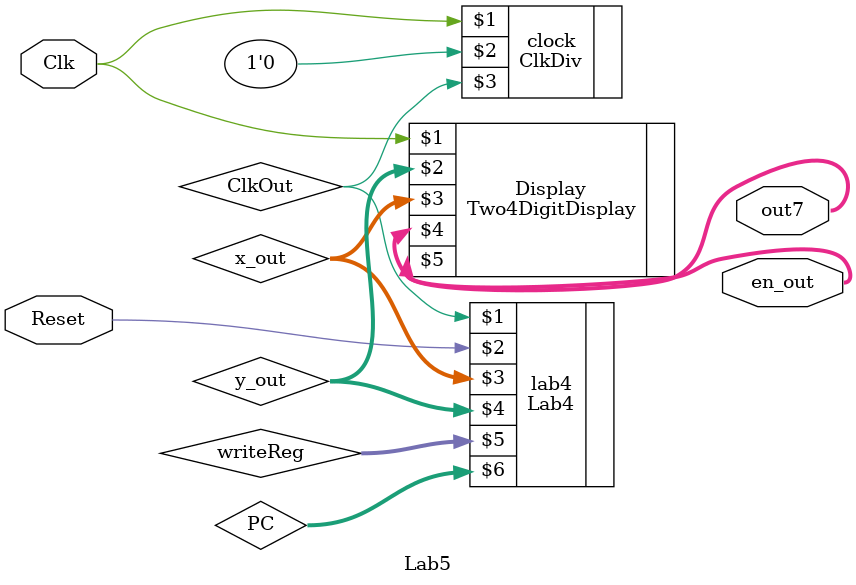
<source format=v>
`timescale 1ns / 1ps


module Lab5(Clk, Reset, out7, en_out);
    input Clk, Reset;
    wire ClkOut;
    wire [31:0] writeReg, PC, x_out, y_out;
    output wire [6:0] out7;
    output wire [7:0] en_out;
    
    ClkDiv clock(Clk, 1'b0, ClkOut);
    Lab4 lab4(ClkOut, Reset, x_out, y_out, writeReg, PC);
    Two4DigitDisplay Display(Clk, y_out, x_out, out7, en_out);

endmodule

</source>
